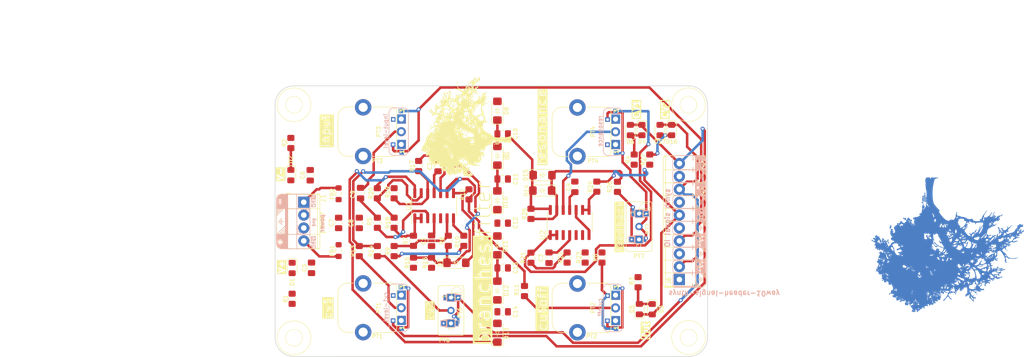
<source format=kicad_pcb>
(kicad_pcb (version 20241229) (generator "pcbnew") (generator_version "9.0")
  (layers (0 "F.Cu" signal) (2 "B.Cu" signal) (13 "F.Paste" user) (15 "B.Paste" user) (5 "F.SilkS" user "F.Silkscreen") (7 "B.SilkS" user "B.Silkscreen") (1 "F.Mask" user) (3 "B.Mask" user) (25 "Edge.Cuts" user))
  (net 0 "")
  (net 1 "+12V")
  (net 2 "GND")
  (net 3 "-12V")
  (net 4 "/AUDIO_OUT")
  (net 5 "/CV1_IN")
  (net 6 "Net-(C9-Pad1)")
  (net 7 "Net-(C9-Pad2)")
  (net 8 "Net-(D14-A)")
  (net 9 "Net-(D8-K)")
  (net 10 "Net-(D10-A)")
  (net 11 "Net-(D10-K)")
  (net 12 "Net-(D11-K)")
  (net 13 "Net-(D12-K)")
  (net 14 "Net-(D1-A)")
  (net 15 "Net-(D2-K)")
  (net 16 "Net-(D3-K)")
  (net 17 "/CV2_IN")
  (net 18 "Net-(D4-A)")
  (net 19 "/AUDIO_IN")
  (net 20 "Net-(D7-K)")
  (net 21 "Net-(D7-A)")
  (net 22 "Net-(D8-A)")
  (net 23 "Net-(D13-K)")
  (net 24 "Net-(D14-K)")
  (net 25 "Net-(J1-+12v)")
  (net 26 "Net-(J1--12v)")
  (net 27 "Net-(PT1-Pad2)")
  (net 28 "Net-(PT2-Pad2)")
  (net 29 "Net-(PT2-Pad3)")
  (net 30 "Net-(U2A--)")
  (net 31 "Net-(U2D-+)")
  (net 32 "Net-(PT4-Pad3)")
  (net 33 "Net-(PT6-Pad2)")
  (net 34 "Net-(PT7-Pad3)")
  (net 35 "Net-(U1A-+)")
  (net 36 "Net-(U1A--)")
  (net 37 "Net-(U1B--)")
  (net 38 "Net-(R10-Pad1)")
  (net 39 "Net-(U1C--)")
  (net 40 "Net-(U1D-+)")
  (net 41 "Net-(U1D--)")
  (net 42 "Net-(U2B--)")
  (net 43 "Net-(U2C-+)")
  (net 44 "Net-(U2C--)")
  (net 45 "Net-(D16-A)")
  (footprint "000_Diodes_Immo:D_MiniMELF_kawaii" (layer "F.Cu") (at 165.038 67.818 180)
    (property "Reference" "D14")
    (property "Value" "1N4148")
  )
  (footprint "000_Graphics_Immo:branches-graphic-3" (layer "F.Cu") (at 150.114 55.372 90)
    (property "Reference" "G***" (hide yes))
    (property "Value" "LOGO" (hide yes))
  )
  (footprint "000_Diodes_Immo:D_MiniMELF_kawaii" (layer "F.Cu") (at 156.21 95.825 90)
    (property "Reference" "D13")
    (property "Value" "1N4148")
  )
  (footprint "Resistor_SMD:R_0805_2012Metric_Pad1.20x1.40mm_HandSolder" (layer "F.Cu") (at 139.7 82.026 90)
    (property "Reference" "R16")
    (property "Value" "27k")
  )
  (footprint "000_Capacitors_Immo:C_0805_2012_HandSolder_kawaii" (layer "F.Cu") (at 144.526 62.9815 -90)
    (property "Reference" "C2")
    (property "Value" "100n")
  )
  (footprint "000_Diodes_Immo:LED_0805_2012_Kawaii" (layer "F.Cu") (at 184.15 91.177 90)
    (property "Reference" "D5")
    (property "Value" "Audio Out")
  )
  (footprint "000_Diodes_Immo:D_MiniMELF_kawaii" (layer "F.Cu") (at 165.1 64.77)
    (property "Reference" "D15")
    (property "Value" "1N4148")
  )
  (footprint "000_ICs_Immo:SOIC-14_3.9x8.7mm_P1.27mm" (layer "F.Cu") (at 170.434 74.103 90)
    (property "Reference" "U2")
    (property "Value" "TL074")
  )
  (footprint "Resistor_SMD:R_0805_2012Metric_Pad1.20x1.40mm_HandSolder" (layer "F.Cu") (at 169.926 81.01 -90)
    (property "Reference" "R22")
    (property "Value" "33k")
  )
  (footprint "000-screw-terminals-immo:synth-signal-MPT-1x10_P2.54mm_Horizontal_1" (layer "F.Cu") (at 192.024 85.344 90)
    (property "Reference" "J6")
    (property "Value" "synth-signal-header-10way" (hide yes))
  )
  (footprint "000_Capacitors_Immo:C_0805_2012_HandSolder_kawaii" (layer "F.Cu") (at 171.45 67.0775 -90)
    (property "Reference" "C4")
    (property "Value" "100n")
  )
  (footprint "000_Capacitors_Immo:C_0805_2012_HandSolder_kawaii" (layer "F.Cu") (at 166.37 81.0475 -90)
    (property "Reference" "C3")
    (property "Value" "100n")
  )
  (footprint "Resistor_SMD:R_0805_2012Metric_Pad1.20x1.40mm_HandSolder" (layer "F.Cu") (at 139.7 77.708 -90)
    (property "Reference" "R7")
    (property "Value" "33k")
  )
  (footprint "000_Capacitors_Immo:C_0805_2012_HandSolder_kawaii" (layer "F.Cu") (at 143.256 77.7025 -90)
    (property "Reference" "C1")
    (property "Value" "100n")
  )
  (footprint "000_Resistors_Immo:Potentiometer_Alpha-reversable" (layer "F.Cu") (at 137.294 90.906 90)
    (property "Reference" "PT1")
    (property "Value" "100k")
  )
  (footprint "Capacitor_SMD:C_0805_2012Metric_Pad1.18x1.45mm_HandSolder" (layer "F.Cu") (at 157.2475 83.058 180)
    (property "Reference" "C13")
    (property "Value" "1n")
  )
  (footprint "Resistor_SMD:R_0805_2012Metric_Pad1.20x1.40mm_HandSolder" (layer "F.Cu") (at 176.784 81.01 -90)
    (property "Reference" "R6")
    (property "Value" "27k")
  )
  (footprint "000_Diodes_Immo:D_MiniMELF_kawaii" (layer "F.Cu") (at 156.21 52.07 90)
    (property "Reference" "D8")
    (property "Value" "1N4148")
  )
  (footprint "Resistor_SMD:R_0805_2012Metric_Pad1.20x1.40mm_HandSolder" (layer "F.Cu") (at 179.832 67.072 -90)
    (property "Reference" "R26")
    (property "Value" "1k")
  )
  (footprint "Resistor_SMD:R_0805_2012Metric_Pad1.20x1.40mm_HandSolder" (layer "F.Cu") (at 135.89 79.74 -90)
    (property "Reference" "R9")
    (property "Value" "33k")
  )
  (footprint "Resistor_SMD:R_0805_2012Metric_Pad1.20x1.40mm_HandSolder" (layer "F.Cu") (at 135.89 68.342 -90)
    (property "Reference" "R19")
    (property "Value" "33k")
  )
  (footprint "Resistor_SMD:R_0805_2012Metric_Pad1.20x1.40mm_HandSolder" (layer "F.Cu") (at 173.482 81.01 90)
    (property "Reference" "R23")
    (property "Value" "100k")
  )
  (footprint "000_Diodes_Immo:LED_0805_2012_Kawaii" (layer "F.Cu") (at 182.372 55.889 90)
    (property "Reference" "D6")
    (property "Value" "cv1")
  )
  (footprint "000_Diodes_Immo:LED_0805_2012_Kawaii" (layer "F.Cu") (at 115.57 64.779 -90)
    (property "Reference" "D2")
    (property "Value" "V-")
  )
  (footprint "000_Capacitors_Immo:C_0805_2012_HandSolder_kawaii" (layer "F.Cu") (at 124.968 74.1895 90)
    (property "Reference" "C7")
    (property "Value" "100n")
  )
  (footprint "000_Capacitors_Immo:C_0805_2012_HandSolder_kawaii" (layer "F.Cu") (at 129.032 74.1895 -90)
    (property "Reference" "C8")
    (property "Value" "100p")
  )
  (footprint "Capacitor_SMD:C_0805_2012Metric_Pad1.18x1.45mm_HandSolder" (layer "F.Cu") (at 157.2475 91.694 180)
    (property "Reference" "C14")
    (property "Value" "1n")
  )
  (footprint "Resistor_SMD:R_0805_2012Metric_Pad1.20x1.40mm_HandSolder" (layer "F.Cu") (at 149.606 77.708 -90)
    (property "Reference" "R10")
    (property "Value" "2k")
  )
  (footprint "000_Modules_Immo:credit-card-screws" (layer "F.Cu") (at 155.305611 71.066641)
    (property "Reference" "M1" (hide yes))
    (property "Value" "imogen-wren-card" (hide yes))
    (fp_line (start -42.84061 25.713416) (end -42.84061 -20.166584) (stroke (width 0.12)) (layer "Edge.Cuts"))
    (fp_line (start -39.120621 29.433416) (end 38.54939 29.429442) (stroke (width 0.12)) (layer "Edge.Cuts"))
    (fp_line (start -39.11061 -23.891582) (end 38.53939 -23.891582) (stroke (width 0.12)) (layer "Edge.Cuts"))
    (fp_line (start 42.254388 25.734456) (end 42.254388 -20.155544) (stroke (width 0.12)) (layer "Edge.Cuts"))
    (fp_arc (start -42.840611 -20.166584) (mid -41.747815 -22.802324) (end -39.11061 -23.891582) (stroke (width 0.12)) (layer "Edge.Cuts"))
    (fp_arc (start -39.120621 29.433416) (mid -41.748131 28.340929) (end -42.84061 25.713416) (stroke (width 0.12)) (layer "Edge.Cuts"))
    (fp_arc (start 38.53939 -23.891641) (mid 41.173761 -22.796079) (end 42.254387 -20.155544) (stroke (width 0.12)) (layer "Edge.Cuts"))
    (fp_arc (start 42.25439 25.734456) (mid 41.168613 28.350751) (end 38.54939 29.429442) (stroke (width 0.12)) (layer "Edge.Cuts"))
  )
  (footprint "000_Diodes_Immo:D_MiniMELF_kawaii" (layer "F.Cu") (at 156.21 69.725 90)
    (property "Reference" "D10")
    (property "Value" "1N4148")
  )
  (footprint "Resistor_SMD:R_0805_2012Metric_Pad1.20x1.40mm_HandSolder" (layer "F.Cu") (at 161.544 87.614 90)
    (property "Reference" "R11")
    (property "Value" "100k")
  )
  (footprint "Resistor_SMD:R_0805_2012Metric_Pad1.20x1.40mm_HandSolder" (layer "F.Cu") (at 183.896 85.868 -90)
    (property "Reference" "R3")
    (property "Value" "1k")
  )
  (footprint "Resistor_SMD:R_0805_2012Metric_Pad1.20x1.40mm_HandSolder" (layer "F.Cu") (at 115.824 89.138 -90)
    (property "Reference" "R1")
    (property "Value" "1k")
  )
  (footprint "000_Diodes_Immo:D_MiniMELF_kawaii" (layer "F.Cu") (at 156.21 87.505 90)
    (property "Reference" "D12")
    (property "Value" "1N4148")
  )
  (footprint "Resistor_SMD:R_0805_2012Metric_Pad1.20x1.40mm_HandSolder" (layer "F.Cu") (at 129.032 79.74 90)
    (property "Reference" "R13")
    (property "Value" "68k")
  )
  (footprint "000_Diodes_Immo:D_MiniMELF_kawaii" (layer "F.Cu") (at 148.144 82.042)
    (property "Reference" "D7")
    (property "Value" "1N4148")
  )
  (footprint "000_Diodes_Immo:LED_0805_2012_Kawaii" (layer "F.Cu") (at 184.658 55.889 -90)
    (property "Reference" "D4")
    (property "Value" "cv1")
  )
  (footprint "000_Capacitors_Immo:C_0805_2012_HandSolder_kawaii" (layer "F.Cu") (at 119.634 83.0365 90)
    (property "Reference" "C5")
    (property "Value" "100n")
  )
  (footprint "Resistor_SMD:R_0805_2012Metric_Pad1.20x1.40mm_HandSolder" (layer "F.Cu") (at 150.622 68.564 90)
    (property "Reference" "R12")
    (property "Value" "14k")
  )
  (footprint "000_Resistors_Immo:Potentiometer_Alpha-reversable" (layer "F.Cu") (at 137.294 56.209 90)
    (property "Reference" "PT3")
    (property "Value" "100k")
  )
  (footprint "000-screw-terminals-immo:synth-power-termbox-MPT-0,5-4-2.54_1x04_P2.54mm" (layer "F.Cu") (at 118.11 70.104 -90)
    (property "Reference" "J1")
    (property "Value" "power")
  )
  (footprint "000_Diodes_Immo:LED_0805_2012_Kawaii" (layer "F.Cu") (at 188.214 55.889 90)
    (property "Reference" "D17")
    (property "Value" "cv2")
  )
  (footprint "Resistor_SMD:R_0805_2012Metric_Pad1.20x1.40mm_HandSolder" (layer "F.Cu") (at 132.588 79.74 90)
    (property "Reference" "R14")
    (property "Value" "68k")
  )
  (footprint "000_Resistors_Immo:Potentiometer_Bourns-reversable-1" (layer "F.Cu") (at 184.0738 72.3646 90)
    (property "Reference" "PT7")
    (property "Value" "100k-trim")
  )
  (footprint "Inductor_SMD:L_0805_2012Metric_Pad1.05x1.20mm_HandSolder" (layer "F.Cu") (at 124.968 79.636 90)
    (property "Reference" "FB1")
    (property "Value" "FerriteBead")
  )
  (footprint "Resistor_SMD:R_0805_2012Metric_Pad1.20x1.40mm_HandSolder" (layer "F.Cu") (at 186.182 61.706 90)
    (property "Reference" "R27")
    (property "Value" "1k")
  )
  (footprint "000_Diodes_Immo:LED_0805_2012_Kawaii" (layer "F.Cu") (at 186.69 91.195 -90)
    (property "Reference" "D3")
    (property "Value" "Audio Out")
  )
  (footprint "Resistor_SMD:R_0805_2012Metric_Pad1.20x1.40mm_HandSolder" (layer "F.Cu") (at 183.134 61.706 90)
    (property "Reference" "R4")
    (property "Value" "1k")
  )
  (footprint "000_Resistors_Immo:Potentiometer_Alpha-reversable" (layer "F.Cu") (at 179.458 56.235 90)
    (property "Reference" "PT4")
    (property "Value" "100k")
  )
  (footprint "000_Resistors_Immo:Potentiometer_Alpha-reversable" (layer "F.Cu") (at 179.458 90.932 90)
    (property "Reference" "PT2")
    (property "Value" "100k")
  )
  (footprint "000_Diodes_Immo:LED_0805_2012_Kawaii" (layer "F.Cu") (at 190.5 55.889 -90)
    (property "Reference" "D16")
    (property "Value" "cv2")
  )
  (footprint "Resistor_SMD:R_0805_2012Metric_Pad1.20x1.40mm_HandSolder" (layer "F.Cu") (at 175.768 67.04 90)
    (property "Reference" "R24")
    (property "Value" "1k")
  )
  (footprint "Capacitor_SMD:C_0805_2012Metric_Pad1.18x1.45mm_HandSolder" (layer "F.Cu") (at 157.2475 56.642 180)
    (property "Reference" "C10")
    (property "Value" "1n")
  )
  (footprint "000_Diodes_Immo:D_MiniMELF_kawaii" (layer "F.Cu") (at 156.21 78.615 90)
    (property "Reference" "D11")
    (property "Value" "1N4148")
  )
  (footprint "Resistor_SMD:R_0805_2012Metric_Pad1.20x1.40mm_HandSolder" (layer "F.Cu") (at 143.256 82.026 90)
    (property "Reference" "R15")
    (property "Value" "100k")
  )
  (footprint "000_Resistors_Immo:Potentiometer_Bourns-reversable-1" (layer "F.Cu") (at 147.066 88.9 90)
    (property "Reference" "PT6")
    (property "Value" "100k-trim")
  )
  (footprint "Resistor_SMD:R_0805_2012Metric_Pad1.20x1.40mm_HandSolder" (layer "F.Cu") (at 162.814 81.042 -90)
    (property "Reference" "R21")
    (property "Value" "1k")
  )
  (footprint "Inductor_SMD:L_0805_2012Metric_Pad1.05x1.20mm_HandSolder" (layer "F.Cu") (at 124.968 68.446 90)
    (property "Reference" "FB2")
    (property "Value" "FerriteBead")
  )
  (footprint "000_Diodes_Immo:LED_0805_2012_Kawaii" (layer "F.Cu") (at 115.824 83.067 -90)
    (property "Reference" "D1")
    (property "Value" "V+")
  )
  (footprint "Resistor_SMD:R_0805_2012Metric_Pad1.20x1.40mm_HandSolder" (layer "F.Cu") (at 115.57 58.436 90)
    (property "Reference" "R2")
    (property "Value" "1k")
  )
  (footprint "Package_SO:SOIC-14_3.9x8.7mm_P1.27mm" (layer "F.Cu") (at 143.764 70.801 90)
    (property "Reference" "U1")
    (property "Value" "TL074")
  )
  (footprint "Capacitor_SMD:C_0805_2012Metric_Pad1.18x1.45mm_HandSolder" (layer "F.Cu") (at 129.286 68.3045 -90)
    (property "Reference" "C9")
    (property "Value" "1u")
  )
  (footprint "Resistor_SMD:R_0805_2012Metric_Pad1.20x1.40mm_HandSolder" (layer "F.Cu") (at 162.814 72.406 90)
    (property "Reference" "R25")
    (property "Value" "100k")
  )
  (footprint "Resistor_SMD:R_0805_2012Metric_Pad1.20x1.40mm_HandSolder" (layer "F.Cu") (at 132.588 68.342 90)
    (property "Reference" "R20")
    (property "Value" "33k")
  )
  (footprint "Resistor_SMD:R_0805_2012Metric_Pad1.20x1.40mm_HandSolder" (layer "F.Cu") (at 135.89 74.152 90)
    (property "Reference" "R18")
    (property "Value" "33k")
  )
  (footprint "Resistor_SMD:R_0805_2012Metric_Pad1.20x1.40mm_HandSolder" (layer "F.Cu") (at 132.588 74.152 -90)
    (property "Reference" "R5")
    (property "Value" "100k")
  )
  (footprint "000_Diodes_Immo:D_MiniMELF_kawaii" (layer "F.Cu") (at 156.21 60.96 90)
    (property "Reference" "D9")
    (property "Value" "1N4148")
  )
  (footprint "Resistor_SMD:R_0805_2012Metric_Pad1.20x1.40mm_HandSolder" (layer "F.Cu") (at 140.716 62.976 -90)
    (property "Reference" "R17")
    (property "Value" "33k")
  )
  (footprint "Capacitor_SMD:C_0805_2012Metric_Pad1.18x1.45mm_HandSolder" (layer "F.Cu") (at 157.2475 65.532 180)
    (property "Reference" "C11")
    (property "Value" "1n")
  )
  (footprint "000_Capacitors_Immo:C_0805_2012_HandSolder_kawaii" (layer "F.Cu") (at 119.38 64.7915 90)
    (property "Reference" "C6")
    (property "Value" "100n")
  )
  (footprint "Resistor_SMD:R_0805_2012Metric_Pad1.20x1.40mm_HandSolder" (layer "F.Cu") (at 146.558 77.708 90)
    (property "Reference" "R8")
    (property "Value" "33k")
  )
  (footprint "Capacitor_SMD:C_0805_2012Metric_Pad1.18x1.45mm_HandSolder" (layer "F.Cu") (at 157.2475 74.23 180)
    (property "Reference" "C12")
    (property "Value" "1n")
  )
  (footprint "000_Graphics_Immo:ImogenWren70_MSK" (layer "B.Cu") (at 153.162 72.644)
    (property "Reference" "G***" (hide yes))
    (property "Value" "LOGO" (hide yes))
  )
  (footprint "000_Graphics_Immo:branches-graphic-2" (layer "B.Cu") (at 244.856 78.486)
    (property "Reference" "G***" (hide yes))
    (property "Value" "LOGO" (hide yes))
  )
  (gr_text "filter" (at 155.1 76.885 90) (layer "F.SilkS") (effects (font (size 3 3) (thickness 0.2)) (justify left bottom)))
  (gr_text "CV2" (at 189.992 53.848 90) (layer "F.SilkS" knockout) (effects (font (size 1.3 1.3) (thickness 0.3) (bold yes)) (justify left bottom)))
  (gr_text "branches:" (at 155.184453 98.400547 90) (layer "F.SilkS" knockout) (effects (font (size 3 3) (thickness 0.2)) (justify left bottom)))
  (gr_text "CV1" (at 184.404 53.848 90) (layer "F.SilkS" knockout) (effects (font (size 1.3 1.3) (thickness 0.3) (bold yes)) (justify left bottom)))
  (gr_text "Out" (at 186.182 97.282 90) (layer "F.SilkS" knockout) (effects (font (size 1.3 1.3) (thickness 0.3) (bold yes)) (justify left bottom)))
  (segment (start 180.809 94.783) (end 180.809 87.081) (width 0.5) (layer "F.Cu") (net 1))
  (segment (start 178.107 94.783) (end 180.809 94.783) (width 0.5) (layer "F.Cu") (net 1))
  (segment (start 170.434 77.552999) (end 170.434 76.578) (width 0.5) (layer "F.Cu") (net 1))
  (segment (start 143.764 73.276) (end 143.764 76.157) (width 0.5) (layer "F.Cu") (net 1))
  (segment (start 177.8578 94.5338) (end 178.107 94.783) (width 0.5) (layer "F.Cu") (net 1))
  (segment (start 143.764 76.157) (end 143.256 76.665) (width 0.5) (layer "F.Cu") (net 1))
  (segment (start 167.976999 80.01) (end 170.434 77.552999) (width 0.5) (layer "F.Cu") (net 1))
  (segment (start 166.37 80.01) (end 167.976999 80.01) (width 0.5) (layer "F.Cu") (net 1))
  (segment (start 177.8578 93.472) (end 177.8578 94.5338) (width 0.5) (layer "F.Cu") (net 1))
  (via (at 180.809 87.081) (size 0.8) (drill 0.4) (layers "F.Cu" "B.Cu") (net 1))
  (segment (start 179.6202 87.081) (end 179.4072 86.868) (width 0.5) (layer "B.Cu") (net 1))
  (segment (start 180.809 87.081) (end 179.6202 87.081) (width 0.5) (layer "B.Cu") (net 1))
  (segment (start 145.034 68.326) (end 145.034 65.321792) (width 0.5) (layer "F.Cu") (net 2))
  (segment (start 145.796 63.214) (end 144.526 61.944) (width 0.5) (layer "F.Cu") (net 2))
  (segment (start 145.034 65.321792) (end 145.796 64.559792) (width 0.5) (layer "F.Cu") (net 2))
  (segment (start 145.796 64.559792) (end 145.796 63.214) (width 0.5) (layer "F.Cu") (net 2))
  (segment (start 144.526 64.019) (end 143.764 64.781) (width 0.5) (layer "F.Cu") (net 3))
  (segment (start 143.764 64.781) (end 143.764 68.326) (width 0.5) (layer "F.Cu") (net 3))
  (segment (start 170.434 69.131) (end 170.434 71.628) (width 0.5) (layer "F.Cu") (net 3))
  (segment (start 171.45 68.115) (end 170.434 69.131) (width 0.5) (layer "F.Cu") (net 3))
  (segment (start 192.024 72.644) (end 185.164442 65.784442) (width 0.5) (layer "F.Cu") (net 4))
  (segment (start 175.768 66.04) (end 177.936985 66.04) (width 0.5) (layer "F.Cu") (net 4))
  (segment (start 177.936985 66.04) (end 179.119095 64.85789) (width 0.5) (layer "F.Cu") (net 4))
  (segment (start 184.15 92.202) (end 186.672 92.202) (width 0.5) (layer "F.Cu") (net 4))
  (segment (start 186.672 92.202) (end 186.69 92.22) (width 0.5) (layer "F.Cu") (net 4))
  (segment (start 185.164442 65.784442) (end 185.164442 63.746644) (width 0.5) (layer "F.Cu") (net 4))
  (segment (start 188.468 76.2) (end 192.024 72.644) (width 0.5) (layer "F.Cu") (net 4))
  (segment (start 188.468 90.442) (end 188.468 76.2) (width 0.5) (layer "F.Cu") (net 4))
  (segment (start 186.69 92.22) (end 188.468 90.442) (width 0.5) (layer "F.Cu") (net 4))
  (via (at 185.164442 63.746644) (size 0.8) (drill 0.4) (layers "F.Cu" "B.Cu") (net 4))
  (via (at 179.119095 64.85789) (size 0.8) (drill 0.4) (layers "F.Cu" "B.Cu") (net 4))
  (segment (start 179.170992 64.846339) (end 179.172718 64.844613) (width 0.5) (layer "B.Cu") (net 4))
  (segment (start 185.318722 63.898562) (end 185.169483 63.749323) (width 0.5) (layer "B.Cu") (net 4))
  (segment (start 179.151835 64.850178) (end 179.153829 64.848184) (width 0.5) (layer "B.Cu") (net 4))
  (segment (start 180.925575 64.77) (end 185.417206 64.77) (width 0.5) (layer "B.Cu") (net 4))
  (segment (start 179.172718 64.844613) (end 179.179667 64.844613) (width 0.5) (layer "B.Cu") (net 4))
  (segment (start 185.415207 64.073035) (end 185.415207 63.958945) (width 0.5) (layer "B.Cu") (net 4))
  (segment (start 179.181276 64.843004) (end 179.187757 64.843004) (width 0.5) (layer "B.Cu") (net 4))
  (segment (start 179.380989 64.093052) (end 179.44869 64.025351) (width 0.5) (layer "B.Cu") (net 4))
  (segment (start 179.14139 64.852444) (end 179.143656 64.850178) (width 0.5) (layer "B.Cu") (net 4))
  (segment (start 185.354824 63.898562) (end 185.318722 63.898562) (width 0.5) (layer "B.Cu") (net 4))
  (segment (start 179.202283 64.834511) (end 179.202283 64.146) (width 0.5) (layer "B.Cu") (net 4))
  (segment (start 179.202283 64.146) (end 179.255231 64.093052) (width 0.5) (layer "B.Cu") (net 4))
  (segment (start 185.664555 64.322383) (end 185.415207 64.073035) (width 0.5) (layer "B.Cu") (net 4))
  (segment (start 179.195287 64.841507) (end 179.202283 64.834511) (width 0.5) (layer "B.Cu") (net 4))
  (segment (start 179.143656 64.850178) (end 179.151835 64.850178) (width 0.5) (layer "B.Cu") (net 4))
  (segment (start 179.161715 64.848184) (end 179.16356 64.846339) (width 0.5) (layer "B.Cu") (net 4))
  (segment (start 179.255231 64.093052) (end 179.380989 64.093052) (width 0.5) (layer "B.Cu") (net 4))
  (segment (start 179.133015 64.852444) (end 179.14139 64.852444) (width 0.5) (layer "B.Cu") (net 4))
  (segment (start 180.352571 64.810184) (end 180.885391 64.810184) (width 0.5) (layer "B.Cu") (net 4))
  (segment (start 179.119095 64.85789) (end 179.121972 64.855013) (width 0.5) (layer "B.Cu") (net 4))
  (segment (start 180.885391 64.810184) (end 180.925575 64.77) (width 0.5) (layer "B.Cu") (net 4))
  (segment (start 179.179667 64.844613) (end 179.181276 64.843004) (width 0.5) (layer "B.Cu") (net 4))
  (segment (start 179.121972 64.855013) (end 179.130446 64.855013) (width 0.5) (layer "B.Cu") (net 4))
  (segment (start 179.153829 64.848184) (end 179.161715 64.848184) (width 0.5) (layer "B.Cu") (net 4))
  (segment (start 185.664555 64.522651) (end 185.664555 64.322383) (width 0.5) (layer "B.Cu") (net 4))
  (segment (start 185.169483 63.749323) (end 185.167121 63.749323) (width 0.5) (layer "B.Cu") (net 4))
  (segment (start 179.130446 64.855013) (end 179.133015 64.852444) (width 0.5) (layer "B.Cu") (net 4))
  (segment (start 185.415207 63.958945) (end 185.354824 63.898562) (width 0.5) (layer "B.Cu") (net 4))
  (segment (start 179.187757 64.843004) (end 179.189254 64.841507) (width 0.5) (layer "B.Cu") (net 4))
  (segment (start 179.567738 64.025351) (end 180.352571 64.810184) (width 0.5) (layer "B.Cu") (net 4))
  (segment (start 185.167121 63.749323) (end 185.164442 63.746644) (width 0.5) (layer "B.Cu") (net 4))
  (segment (start 179.16356 64.846339) (end 179.170992 64.846339) (width 0.5) (layer "B.Cu") (net 4))
  (segment (start 179.189254 64.841507) (end 179.195287 64.841507) (width 0.5) (layer "B.Cu") (net 4))
  (segment (start 179.44869 64.025351) (end 179.567738 64.025351) (width 0.5) (layer "B.Cu") (net 4))
  (segment (start 185.417206 64.77) (end 185.664555 64.522651) (width 0.5) (layer "B.Cu") (net 4))
  (segment (start 184.453 98.503) (end 197.014999 85.941001) (width 0.5) (layer "F.Cu") (net 5))
  (segment (start 137.851364 96.474) (end 165.84205 96.474) (width 0.5) (layer "F.Cu") (net 5))
  (segment (start 197.014999 85.941001) (end 197.014999 56.044999) (width 0.5) (layer "F.Cu") (net 5))
  (segment (start 165.84205 96.474) (end 167.87105 98.503) (width 0.5) (layer "F.Cu") (net 5))
  (segment (start 182.372 54.864) (end 184.658 54.864) (width 0.5) (layer "F.Cu") (net 5))
  (segment (start 184.658 55.131292) (end 192.010708 62.484) (width 0.5) (layer "F.Cu") (net 5))
  (segment (start 184.658 54.864) (end 184.658 55.131292) (width 0.5) (layer "F.Cu") (net 5))
  (segment (start 136.13295 94.757) (end 138.645 94.757) (width 0.5) (layer "F.Cu") (net 5))
  (segment (start 135.6938 93.446) (end 135.6938 94.316436) (width 0.5) (layer "F.Cu") (net 5))
  (segment (start 135.6938 94.31785) (end 136.13295 94.757) (width 0.5) (layer "F.Cu") (net 5))
  (segment (start 197.014999 56.044999) (end 196.596 55.626) (width 0.5) (layer "F.Cu") (net 5))
  (segment (start 135.6938 93.446) (end 135.6938 94.31785) (width 0.5) (layer "F.Cu") (net 5))
  (segment (start 138.645 87.17634) (end 138.710269 87.111071) (width 0.5) (layer "F.Cu") (net 5))
  (segment (start 167.87105 98.503) (end 184.453 98.503) (width 0.5) (layer "F.Cu") (net 5))
  (segment (start 138.645 94.757) (end 138.645 87.17634) (width 0.5) (layer "F.Cu") (net 5))
  (segment (start 135.6938 94.316436) (end 137.851364 96.474) (width 0.5) (layer "F.Cu") (net 5))
  (segment (start 192.010708 62.484) (end 192.024 62.484) (width 0.5) (layer "F.Cu") (net 5))
  (via (at 196.596 55.626) (size 0.8) (drill 0.4) (layers "F.Cu" "B.Cu") (net 5))
  (via (at 138.710269 87.111071) (size 0.8) (drill 0.4) (layers "F.Cu" "B.Cu") (net 5))
  (segment (start 137.2692 86.868) (end 138.352 86.868) (width 0.5) (layer "B.Cu") (net 5))
  (segment (start 196.596 57.912) (end 192.024 62.484) (width 0.5) (layer "B.Cu") (net 5))
  (segment (start 138.352 86.868) (end 138.595071 87.111071) (width 0.5) (layer "B.Cu") (net 5))
  (segment (start 196.596 55.626) (end 196.596 57.912) (width 0.5) (layer "B.Cu") (net 5))
  (segment (start 138.595071 87.111071) (end 138.710269 87.111071) (width 0.5) (layer "B.Cu") (net 5))
  (segment (start 137.2432 86.842) (end 137.2692 86.868) (width 0.5) (layer "B.Cu") (net 5))
  (segment (start 130.748 66.53) (end 130.748 65.805) (width 0.5) (layer "F.Cu") (net 6))
  (segment (start 131.865 64.688) (end 131.865 60.365208) (width 0.5) (layer "F.Cu") (net 6))
  (segment (start 129.286 67.267) (end 130.011 67.267) (width 0.5) (layer "F.Cu") (net 6))
  (segment (start 136.021208 56.209) (end 137.294 56.209) (width 0.5) (layer "F.Cu") (net 6))
  (segment (start 130.748 65.805) (end 131.865 64.688) (width 0.5) (layer "F.Cu") (net 6))
  (segment (start 131.865 60.365208) (end 136.021208 56.209) (width 0.5) (layer "F.Cu") (net 6))
  (segment (start 130.011 67.267) (end 130.748 66.53) (width 0.5) (layer "F.Cu") (net 6))
  (segment (start 132.588 73.152) (end 129.286 69.85) (width 0.5) (layer "F.Cu") (net 7))
  (segment (start 129.286 69.85) (end 129.286 69.342) (width 0.5) (layer "F.Cu") (net 7))
  (segment (start 162.814 71.406) (end 166.402 71.406) (width 0.5) (layer "F.Cu") (net 8))
  (segment (start 163.193 67.818) (end 163.193 68.201) (width 0.5) (layer "F.Cu") (net 8))
  (segment (start 163.068 67.693) (end 163.193 67.818) (width 0.5) (layer "F.Cu") (net 8))
  (segment (start 163.068 61.722) (end 163.068 64.578) (width 0.5) (layer "F.Cu") (net 8))
  (segment (start 163.26 64.77) (end 163.068 64.962) (width 0.5) (layer "F.Cu") (net 8))
  (segment (start 163.193 68.201) (end 162.814 68.58) (width 0.5) (layer "F.Cu") (net 8))
  (segment (start 158.285 56.642) (end 158.285 56.939) (width 0.5) (layer "F.Cu") (net 8))
  (segment (start 158.285 56.939) (end 163.068 61.722) (width 0.5) (layer "F.Cu") (net 8))
  (segment (start 166.402 71.406) (end 166.624 71.628) (width 0.5) (layer "F.Cu") (net 8))
  (segment (start 163.068 64.962) (end 163.068 67.693) (width 0.5) (layer "F.Cu") (net 8))
  (segment (start 162.814 68.58) (end 162.814 71.406) (width 0.5) (layer "F.Cu") (net 8))
  (segment (start 163.068 64.578) (end 163.26 64.77) (width 0.5) (layer "F.Cu") (net 8))
  (segment (start 156.21 59.115) (end 156.21 53.91) (width 0.5) (layer "F.Cu") (net 9))
  (segment (start 156.21 67.88) (end 156.21 62.8) (width 0.5) (layer "F.Cu") (net 10))
  (segment (start 156.21 85.66) (end 156.21 83.058) (width 0.5) (layer "F.Cu") (net 12))
  (segment (start 156.21 83.058) (end 156.21 80.455) (width 0.5) (layer "F.Cu") (net 12))
  (segment (start 115.57 63.754) (end 115.57 59.436) (width 0.5) (layer "F.Cu") (net 15))
  (segment (start 186.672 90.152) (end 186.69 90.17) (width 0.5) (layer "F.Cu") (net 16))
  (segment (start 184.15 90.152) (end 186.672 90.152) (width 0.5) (layer "F.Cu") (net 16))
  (segment (start 183.896 86.868) (end 183.896 89.898) (width 0.5) (layer "F.Cu") (net 16))
  (segment (start 183.896 89.898) (end 184.15 90.152) (width 0.5) (layer "F.Cu") (net 16))
  (segment (start 193.548 56.642) (end 191.77 54.864) (width 0.5) (layer "F.Cu") (net 17))
  (segment (start 171.100163 97.803) (end 183.883 97.803) (width 0.5) (layer "F.Cu") (net 17))
  (segment (start 193.513 66.075) (end 194.999338 66.075) (width 0.5) (layer "F.Cu") (net 17))
  (segment (start 148.4884 91.788569) (end 147.656323 92.620646) (width 0.5) (layer "F.Cu") (net 17))
  (segment (start 195.614999 65.459339) (end 195.614999 61.248999) (width 0.5) (layer "F.Cu") (net 17))
  (segment (start 192.024 67.564) (end 193.513 66.075) (width 0.5) (layer "F.Cu") (net 17))
  (segment (start 194.999338 66.075) (end 195.614999 65.459339) (width 0.5) (layer "F.Cu") (net 17))
  (segment (start 191.77 54.864) (end 190.5 54.864) (width 0.5) (layer "F.Cu") (net 17))
  (segment (start 183.883 97.803) (end 192.278 89.408) (width 0.5) (layer "F.Cu") (net 17))
  (segment (start 155.3464 95.758) (end 169.055163 95.758) (width 0.5) (layer "F.Cu") (net 17))
  (segment (start 188.214 54.864) (end 190.5 54.864) (width 0.5) (layer "F.Cu") (net 17))
  (segment (start 169.055163 95.758) (end 171.100163 97.803) (width 0.5) (layer "F.Cu") (net 17))
  (segment (start 193.548 59.182) (end 193.548 56.642) (width 0.5) (layer "F.Cu") (net 17))
  (segment (start 195.614999 61.248999) (end 193.548 59.182) (width 0.5) (layer "F.Cu") (net 17))
  (segment (start 148.4884 88.9) (end 148.4884 91.788569) (width 0.5) (layer "F.Cu") (net 17))
  (segment (start 148.4884 88.9) (end 155.3464 95.758) (width 0.5) (layer "F.Cu") (net 17))
  (via (at 147.656323 92.620646) (size 0.8) (drill 0.4) (layers "F.Cu" "B.Cu") (net 17))
  (via (at 192.278 89.408) (size 0.8) (drill 0.4) (layers "F.Cu" "B.Cu") (net 17))
  (segment (start 148.048646 92.620646) (end 148.4884 93.0604) (width 0.5) (layer "B.Cu") (net 17))
  (segment (start 193.075 68.615) (end 192.024 67.564) (width 0.5) (layer "B.Cu") (net 17))
  (segment (start 192.278 89.408) (end 195.615 86.071) (width 0.5) (layer "B.Cu") (net 17))
  (segment (start 195.615 86.071) (end 195.615 69.668662) (width 0.5) (layer "B.Cu") (net 17))
  (segment (start 194.561338 68.615) (end 193.075 68.615) (width 0.5) (layer "B.Cu") (net 17))
  (segment (start 195.615 69.668662) (end 194.561338 68.615) (width 0.5) (layer "B.Cu") (net 17))
  (segment (start 148.4884 93.0604) (end 148.4884 93.9546) (width 0.5) (layer "B.Cu") (net 17))
  (segment (start 147.656323 92.620646) (end 148.048646 92.620646) (width 0.5) (layer "B.Cu") (net 17))
  (segment (start 182.372 56.914) (end 184.658 56.914) (width 0.5) (layer "F.Cu") (net 18))
  (segment (start 183.134 60.706) (end 183.134 57.676) (width 0.5) (layer "F.Cu") (net 18))
  (segment (start 183.134 57.676) (end 182.372 56.914) (width 0.5) (layer "F.Cu") (net 18))
  (segment (start 192.024 82.804) (end 193.123999 81.704001) (width 0.5) (layer "F.Cu") (net 19))
  (segment (start 135.6938 58.749) (end 135.6938 59.8108) (width 0.5) (layer "F.Cu") (net 19))
  (segment (start 135.6938 59.8108) (end 135.943 60.06) (width 0.5) (layer "F.Cu") (net 19))
  (segment (start 193.075 76.673) (end 192.024 77.724) (width 0.5) (layer "F.Cu") (net 19))
  (segment (start 195.615 74.676) (end 196.314999 73.976001) (width 0.5) (layer "F.Cu") (net 19))
  (segment (start 195.615 74.676) (end 195.615 75.622) (width 0.5) (layer "F.Cu") (net 19))
  (segment (start 194.610337 81.704001) (end 195.615 80.699338) (width 0.5) (layer "F.Cu") (net 19))
  (segment (start 196.314999 57.696997) (end 186.116002 47.498) (width 0.5) (layer "F.Cu") (net 19))
  (segment (start 138.568 60.06) (end 140.716 57.912) (width 0.5) (layer "F.Cu") (net 19))
  (segment (start 194.564 76.673) (end 193.075 76.673) (width 0.5) (layer "F.Cu") (net 19))
  (segment (start 195.615 80.699338) (end 195.615 74.676) (width 0.5) (layer "F.Cu") (net 19))
  (segment (start 193.123999 81.704001) (end 194.610337 81.704001) (width 0.5) (layer "F.Cu") (net 19))
  (segment (start 140.716 57.912) (end 140.716 51.816) (width 0.5) (layer "F.Cu") (net 19))
  (segment (start 186.116002 47.498) (end 145.034 47.498) (width 0.5) (layer "F.Cu") (net 19))
  (segment (start 145.034 47.498) (end 140.716 51.816) (width 0.5) (layer "F.Cu") (net 19))
  (segment (start 195.615 75.622) (end 194.564 76.673) (width 0.5) (layer "F.Cu") (net 19))
  (segment (start 196.314999 73.976001) (end 196.314999 57.696997) (width 0.5) (layer "F.Cu") (net 19))
  (segment (start 135.943 60.06) (end 138.568 60.06) (width 0.5) (layer "F.Cu") (net 19))
  (via (at 140.716 51.816) (size 0.8) (drill 0.4) (layers "F.Cu" "B.Cu") (net 19))
  (segment (start 137.2432 52.145) (end 140.387 52.145) (width 0.5) (layer "B.Cu") (net 19))
  (segment (start 140.387 52.145) (end 140.716 51.816) (width 0.5) (layer "B.Cu") (net 19))
  (segment (start 152.592 68.382242) (end 151.892 69.082242) (width 0.5) (layer "F.Cu") (net 20))
  (segment (start 146.304 82.042) (end 144.272 82.042) (width 0.5) (layer "F.Cu") (net 20))
  (segment (start 143.256 81.026) (end 139.7 81.026) (width 0.5) (layer "F.Cu") (net 20))
  (segment (start 151.892 69.082242) (end 151.892 71.905258) (width 0.5) (layer "F.Cu") (net 20))
  (segment (start 147.374292 62.9815) (end 149.3415 62.9815) (width 0.5) (layer "F.Cu") (net 20))
  (segment (start 146.304 82.042) (end 146.304 78.962) (width 0.5) (layer "F.Cu") (net 20))
  (segment (start 147.92404 82.042) (end 150.20704 79.759) (width 0.5) (layer "F.Cu") (net 20))
  (segment (start 150.619 79.759) (end 150.759 79.619) (width 0.5) (layer "F.Cu") (net 20))
  (segment (start 140.716 61.976) (end 141.7865 60.9055) (width 0.5) (layer "F.Cu") (net 20))
  (segment (start 144.272 82.042) (end 143.256 81.026) (width 0.5) (layer "F.Cu") (net 20))
  (segment (start 150.759 79.619) (end 150.759 75.63712) (width 0.5) (layer "F.Cu") (net 20))
  (segment (start 150.759 75.63712) (end 150.252688 75.130808) (width 0.5) (layer "F.Cu") (net 20))
  (segment (start 146.304 82.042) (end 147.92404 82.042) (width 0.5) (layer "F.Cu") (net 20))
  (segment (start 151.892 71.905258) (end 152.397016 72.410274) (width 0.5) (layer "F.Cu") (net 20))
  (segment (start 152.592 66.232) (end 152.592 68.382242) (width 0.5) (layer "F.Cu") (net 20))
  (segment (start 146.304 78.962) (end 146.558 78.708) (width 0.5) (layer "F.Cu") (net 20))
  (segment (start 145.298292 60.9055) (end 147.374292 62.9815) (width 0.5) (layer "F.Cu") (net 20))
  (segment (start 150.20704 79.759) (end 150.619 79.759) (width 0.5) (layer "F.Cu") (net 20))
  (segment (start 141.7865 60.9055) (end 145.298292 60.9055) (width 0.5) (layer "F.Cu") (net 20))
  (segment (start 149.3415 62.9815) (end 152.592 66.232) (width 0.5) (layer "F.Cu") (net 20))
  (via (at 150.252688 75.130808) (size 0.8) (drill 0.4) (layers "F.Cu" "B.Cu") (net 20))
  (via (at 152.397016 72.410274) (size 0.8) (drill 0.4) (layers "F.Cu" "B.Cu") (net 20))
  (segment (start 150.252688 74.554602) (end 152.397016 72.410274) (width 0.5) (layer "B.Cu") (net 20))
  (segment (start 150.252688 75.130808) (end 150.252688 74.554602) (width 0.5) (layer "B.Cu") (net 20))
  (segment (start 149.989 82.042) (end 151.459 80.572) (width 0.5) (layer "F.Cu") (net 21))
  (segment (start 149.352 68.834) (end 150.622 67.564) (width 0.5) (layer "F.Cu") (net 21))
  (segment (start 151.459 73.735) (end 149.352 71.628) (width 0.5) (layer "F.Cu") (net 21))
  (segment (start 149.352 71.628) (end 149.352 68.834) (width 0.5) (layer "F.Cu") (net 21))
  (segment (start 147.574 68.326) (end 149.86 68.326) (width 0.5) (layer "F.Cu") (net 21))
  (segment (start 149.86 68.326) (end 150.622 67.564) (width 0.5) (layer "F.Cu") (net 21))
  (segment (start 151.459 80.572) (end 151.459 73.735) (width 0.5) (layer "F.Cu") (net 21))
  (segment (start 148.844 79.47) (end 148.844 79.849246) (width 0.5) (layer "F.Cu") (net 22))
  (segment (start 149.606 78.708) (end 148.844 79.47) (width 0.5) (layer "F.Cu") (net 22))
  (segment (start 148.844 79.849246) (end 148.636623 80.056623) (width 0.5) (layer "F.Cu") (net 22))
  (segment (start 135.89 80.74) (end 135.89 81.014292) (width 0.5) (layer "F.Cu") (net 22))
  (segment (start 135.89 80.74) (end 136.938 80.74) (width 0.5) (layer "F.Cu") (net 22))
  (segment (start 136.938 80.74) (end 137.414 80.264) (width 0.5) (layer "F.Cu") (net 22))
  (via (at 137.414 80.264) (size 0.8) (drill 0.4) (layers "F.Cu" "B.Cu") (net 22))
  (via (at 148.636623 80.056623) (size 0.8) (drill 0.4) (layers "F.Cu" "B.Cu") (net 22))
  (segment (start 137.414 80.264) (end 148.429246 80.264) (width 0.5) (layer "B.Cu") (net 22))
  (segment (start 148.429246 80.264) (end 148.636623 80.056623) (width 0.5) (layer "B.Cu") (net 22))
  (segment (start 139.954 68.326) (end 139.954 66.82805) (width 0.5) (layer "F.Cu") (net 23))
  (segment (start 156.21 97.665) (end 138.051 97.665) (width 0.5) (layer "F.Cu") (net 23))
  (segment (start 138.051 97.665) (end 127.723 87.337) (width 0.5) (layer "F.Cu") (net 23))
  (segment (start 127.723 87.337) (end 127.723 78.42095) (width 0.5) (layer "F.Cu") (net 23))
  (segment (start 132.588 66.742) (end 134.168 65.162) (width 0.5) (layer "F.Cu") (net 23))
  (segment (start 139.954 66.82805) (end 138.21195 65.086) (width 0.5) (layer "F.Cu") (net 23))
  (segment (start 127.156 77.853949) (end 127.156 65.627207) (width 0.5) (layer "F.Cu") (net 23))
  (segment (start 127.156 65.627207) (end 128.552239 64.230968) (width 0.5) (layer "F.Cu") (net 23))
  (segment (start 138.21195 65.086) (end 134.32 65.086) (width 0.5) (layer "F.Cu") (net 23))
  (segment (start 134.168 65.162) (end 134.244 65.162) (width 0.5) (layer "F.Cu") (net 23))
  (segment (start 134.32 65.086) (end 134.244 65.162) (width 0.5) (layer "F.Cu") (net 23))
  (segment (start 132.588 67.342) (end 132.588 66.742) (width 0.5) (layer "F.Cu") (net 23))
  (segment (start 128.552239 64.230968) (end 128.552239 63.976968) (width 0.5) (layer "F.Cu") (net 23))
  (segment (start 127.723 78.42095) (end 127.156 77.853949) (width 0.5) (layer "F.Cu") (net 23))
  (via (at 128.552239 63.976968) (size 0.8) (drill 0.4) (layers "F.Cu" "B.Cu") (net 23))
  (via (at 134.244 65.162) (size 0.8) (drill 0.4) (layers "F.Cu" "B.Cu") (net 23))
  (segment (start 128.552239 63.976968) (end 130.361271 65.786) (width 0.5) (layer "B.Cu") (net 23))
  (segment (start 130.361271 65.786) (end 133.62 65.786) (width 0.5) (layer "B.Cu") (net 23))
  (segment (start 133.62 65.786) (end 134.244 65.162) (width 0.5) (layer "B.Cu") (net 23))
  (segment (start 180.594 65.31) (end 180.594 64.262) (width 0.5) (layer "F.Cu") (net 24))
  (segment (start 180.594 64.262) (end 180.34 64.008) (width 0.5) (layer "F.Cu") (net 24))
  (segment (start 179.832 66.072) (end 180.594 65.31) (width 0.5) (layer "F.Cu") (net 24))
  (segment (start 167.090999 73.406) (end 167.894 72.602999) (width 0.5) (layer "F.Cu") (net 24))
  (segment (start 166.878 67.818) (end 167.894 68.834) (width 0.5) (layer "F.Cu") (net 24))
  (segment (start 162.814 73.406) (end 167.090999 73.406) (width 0.5) (layer "F.Cu") (net 24))
  (segment (start 180.34 64.008) (end 167.707 64.008) (width 0.5) (layer "F.Cu") (net 24))
  (segment (start 166.878 64.837) (end 166.878 67.818) (width 0.5) (layer "F.Cu") (net 24))
  (segment (start 166.945 64.77) (end 166.878 64.837) (width 0.5) (layer "F.Cu") (net 24))
  (segment (start 167.894 68.834) (end 167.894 71.628) (width 0.5) (layer "F.Cu") (net 24))
  (segment (start 167.707 64.008) (end 166.945 64.77) (width 0.5) (layer "F.Cu") (net 24))
  (segment (start 167.894 72.602999) (end 167.894 71.628) (width 0.5) (layer "F.Cu") (net 24))
  (segment (start 121.172 80.786) (end 118.11 77.724) (width 0.5) (layer "F.Cu") (net 25))
  (segment (start 124.968 80.786) (end 121.172 80.786) (width 0.5) (layer "F.Cu") (net 25))
  (segment (start 121.426 67.296) (end 121.158 67.564) (width 0.5) (layer "F.Cu") (net 26))
  (segment (start 121.426 67.296) (end 124.968 67.296) (width 0.5) (layer "F.Cu") (net 26))
  (segment (start 118.11 70.104) (end 120.65 67.564) (width 0.5) (layer "F.Cu") (net 26))
  (segment (start 121.158 67.564) (end 120.65 67.564) (width 0.5) (layer "F.Cu") (net 26))
  (segment (start 134.818201 86.526201) (end 134.818201 89.702993) (width 0.5) (layer "F.Cu") (net 27))
  (segment (start 136.021208 90.906) (end 137.294 90.906) (width 0.5) (layer "F.Cu") (net 27))
  (segment (start 129.032 80.74) (end 134.818201 86.526201) (width 0.5) (layer "F.Cu") (net 27))
  (segment (start 134.818201 89.702993) (end 136.021208 90.906) (width 0.5) (layer "F.Cu") (net 27))
  (segment (start 163.862 90.932) (end 179.458 90.932) (width 0.5) (layer "F.Cu") (net 28))
  (segment (start 161.544 88.614) (end 163.862 90.932) (width 0.5) (layer "F.Cu") (net 28))
  (segment (start 176.784 87.4198) (end 177.8832 88.519) (width 0.5) (layer "F.Cu") (net 29))
  (segment (start 176.784 82.01) (end 176.784 87.4198) (width 0.5) (layer "F.Cu") (net 29))
  (segment (start 176.9568 94.372999) (end 177.605201 95.0214) (width 0.5) (layer "B.Cu") (net 29))
  (segment (start 177.605201 95.0214) (end 179.5596 95.0214) (width 0.5) (layer "B.Cu") (net 29))
  (segment (start 176.9568 89.4454) (end 176.9568 94.372999) (width 0.5) (layer "B.Cu") (net 29))
  (segment (start 177.8832 88.519) (end 176.9568 89.4454) (width 0.5) (layer "B.Cu") (net 29))
  (segment (start 173.466792 83.8235) (end 175.633 81.657292) (width 0.5) (layer "F.Cu") (net 30))
  (segment (start 161.663 82.689292) (end 162.797208 83.8235) (width 0.5) (layer "F.Cu") (net 30))
  (segment (start 175.633 81.657292) (end 175.633 79.362708) (width 0.5) (layer "F.Cu") (net 30))
  (segment (start 186.4472 68.058564) (end 184.285 65.896364) (width 0.5) (layer "F.Cu") (net 30))
  (segment (start 185.2448 78.6156) (end 186.4472 77.4132) (width 0.5) (layer "F.Cu") (net 30))
  (segment (start 163.16 80.042) (end 166.624 76.578) (width 0.5) (layer "F.Cu") (net 30))
  (segment (start 162.797208 83.8235) (end 173.466792 83.8235) (width 0.5) (layer "F.Cu") (net 30))
  (segment (start 184.285 65.896364) (end 184.285 60.317) (width 0.5) (layer "F.Cu") (net 30))
  (segment (start 162.814 80.042) (end 163.16 80.042) (width 0.5) (layer "F.Cu") (net 30))
  (segment (start 161.663 81.193) (end 161.663 82.689292) (width 0.5) (layer "F.Cu") (net 30))
  (segment (start 162.814 80.042) (end 161.663 81.193) (width 0.5) (layer "F.Cu") (net 30))
  (segment (start 184.285 60.317) (end 185.928 58.674) (width 0.5) (layer "F.Cu") (net 30))
  (segment (start 186.4472 77.4132) (end 186.4472 68.058564) (width 0.5) (layer "F.Cu") (net 30))
  (segment (start 176.380108 78.6156) (end 185.2448 78.6156) (width 0.5) (layer "F.Cu") (net 30))
  (segment (start 175.633 79.362708) (end 176.380108 78.6156) (width 0.5) (layer "F.Cu") (net 30))
  (segment (start 166.624 76.578) (end 167.894 76.578) (width 0.5) (layer "F.Cu") (net 30))
  (via (at 185.928 58.674) (size 0.8) (drill 0.4) (layers "F.Cu" "B.Cu") (net 30))
  (segment (start 185.827 52.171) (end 179.4072 52.171) (width 0.5) (layer "B.Cu") (net 30))
  (segment (start 185.928 58.674) (end 185.928 52.272) (width 0.5) (layer "B.Cu") (net 30))
  (segment (start 185.928 52.272) (end 185.827 52.171) (width 0.5) (layer "B.Cu") (net 30))
  (segment (start 169.164 71.628) (end 169.164 65.924) (width 0.5) (layer "F.Cu") (net 31))
  (segment (start 169.164 65.924) (end 170.18 64.908) (width 0.5) (layer "F.Cu") (net 31))
  (via (at 170.18 64.908) (size 0.8) (drill 0.4) (layers "F.Cu" "B.Cu") (net 31))
  (segment (start 169.887 60.177163) (end 169.887 61.892837) (width 0.5) (layer "B.Cu") (net 31))
  (segment (start 170.688 64.262) (end 170.18 64.77) (width 0.5) (layer "B.Cu") (net 31))
  (segment (start 170.18 64.77) (end 170.18 64.908) (width 0.5) (layer "B.Cu") (net 31))
  (segment (start 179.458 56.235) (end 173.829163 56.235) (width 0.5) (layer "B.Cu") (net 31))
  (segment (start 170.688 62.693837) (end 170.688 64.262) (width 0.5) (layer "B.Cu") (net 31))
  (segment (start 173.829163 56.235) (end 169.887 60.177163) (width 0.5) (layer "B.Cu") (net 31))
  (segment (start 169.887 61.892837) (end 170.688 62.693837) (width 0.5) (layer "B.Cu") (net 31))
  (segment (start 180.848 52.578) (end 180.848 60.452) (width 0.5) (layer "F.Cu") (net 32))
  (segment (start 185.443802 76.274602) (end 185.443802 77.199554) (width 0.5) (layer "F.Cu") (net 32))
  (segment (start 185.4962 73.4822) (end 185.4962 72.3646) (width 0.5) (layer "F.Cu") (net 32))
  (segment (start 185.4962 68.097514) (end 182.386708 64.988022) (width 0.5) (layer "F.Cu") (net 32))
  (segment (start 177.8832 52.6078) (end 178.107 52.384) (width 0.5) (layer "F.Cu") (net 32))
  (segment (start 177.8832 53.822) (end 177.8832 52.6078) (width 0.5) (layer "F.Cu") (net 32))
  (segment (start 182.386708 64.988022) (end 182.386708 63.757) (width 0.5) (layer "F.Cu") (net 32))
  (segment (start 178.107 52.384) (end 180.654 52.384) (width 0.5) (layer "F.Cu") (net 32))
  (segment (start 182.386708 63.757) (end 180.848 62.218292) (width 0.5) (layer "F.Cu") (net 32))
  (segment (start 184.0738 74.9046) (end 185.443802 76.274602) (width 0.5) (layer "F.Cu") (net 32))
  (segment (start 184.0738 74.9046) (end 185.4962 73.4822) (width 0.5) (layer "F.Cu") (net 32))
  (segment (start 180.654 52.384) (end 180.848 52.578) (width 0.5) (layer "F.Cu") (net 32))
  (segment (start 185.4962 72.3646) (end 185.4962 68.097514) (width 0.5) (layer "F.Cu") (net 32))
  (segment (start 180.848 62.218292) (end 180.848 60.452) (width 0.5) (layer "F.Cu") (net 32))
  (via (at 185.443802 77.199554) (size 0.8) (drill 0.4) (layers "F.Cu" "B.Cu") (net 32))
  (via (at 180.848 60.452) (size 0.8) (drill 0.4) (layers "F.Cu" "B.Cu") (net 32))
  (segment (start 179.6872 60.452) (end 179.5596 60.3244) (width 0.5) (layer "B.Cu") (net 32))
  (segment (start 180.848 60.452) (end 179.6872 60.452) (width 0.5) (layer "B.Cu") (net 32))
  (segment (start 134.091708 80.74) (end 132.588 80.74) (width 0.5) (layer "F.Cu") (net 33))
  (segment (start 147.066 91.44) (end 144.791708 91.44) (width 0.5) (layer "F.Cu") (net 33))
  (segment (start 144.791708 91.44) (end 134.091708 80.74) (width 0.5) (layer "F.Cu") (net 33))
  (segment (start 182.626 77.4446) (end 182.626 71.374) (width 0.5) (layer "F.Cu") (net 34))
  (segment (start 182.88 71.12) (end 179.832 68.072) (width 0.5) (layer "F.Cu") (net 34))
  (segment (start 182.626 71.374) (end 182.88 71.12) (width 0.5) (layer "F.Cu") (net 34))
  (via (at 182.88 71.12) (size 0.8) (drill 0.4) (layers "F.Cu" "B.Cu") (net 34))
  (segment (start 182.9028 71.6508) (end 182.9028 72.39) (width 0.5) (layer "B.Cu") (net 34))
  (segment (start 182.88 71.12) (end 182.88 71.628) (width 0.5) (layer "B.Cu") (net 34))
  (segment (start 182.88 71.628) (end 182.9028 71.6508) (width 0.5) (layer "B.Cu") (net 34))
  (segment (start 132.588 75.152) (end 134.398 76.962) (width 0.5) (layer "F.Cu") (net 35))
  (segment (start 134.398 76.962) (end 136.144 76.962) (width 0.5) (layer "F.Cu") (net 35))
  (segment (start 137.668 73.7329) (end 139.5509 71.85) (width 0.5) (layer "F.Cu") (net 35))
  (segment (start 142.042999 71.85) (end 142.494 72.301001) (width 0.5) (layer "F.Cu") (net 35))
  (segment (start 139.5509 71.85) (end 142.042998 71.85) (width 0.5) (layer "F.Cu") (net 35))
  (segment (start 142.494 72.301001) (end 142.494 73.276) (width 0.5) (layer "F.Cu") (net 35))
  (segment (start 142.042998 71.85) (end 142.494 72.301001) (width 0.5) (layer "F.Cu") (net 35))
  (segment (start 137.668 75.946) (end 137.668 73.7329) (width 0.5) (layer "F.Cu") (net 35))
  (via (at 136.144 76.962) (size 0.8) (drill 0.4) (layers "F.Cu" "B.Cu") (net 35))
  (via (at 137.668 75.946) (size 0.8) (drill 0.4) (layers "F.Cu" "B.Cu") (net 35))
  (segment (start 136.652 76.962) (end 137.668 75.946) (width 0.5) (layer "B.Cu") (net 35))
  (segment (start 136.144 76.962) (end 136.652 76.962) (width 0.5) (layer "B.Cu") (net 35))
  (segment (start 138.294793 76.846) (end 137.295207 76.846) (width 0.5) (layer "F.Cu") (net 36))
  (segment (start 135.89 75.440793) (end 135.89 75.152) (width 0.5) (layer "F.Cu") (net 36))
  (segment (start 139.954 73.276) (end 139.954 76.454) (width 0.5) (layer "F.Cu") (net 36))
  (segment (start 139.7 76.708) (end 138.432793 76.708) (width 0.5) (layer "F.Cu") (net 36))
  (segment (start 138.432793 76.708) (end 138.294793 76.846) (width 0.5) (layer "F.Cu") (net 36))
  (segment (start 141.224 73.276) (end 139.954 73.276) (width 0.5) (layer "F.Cu") (net 36))
  (segment (start 139.954 76.454) (end 139.7 76.708) (width 0.5) (layer "F.Cu") (net 36))
  (segment (start 137.295207 76.846) (end 135.89 75.440793) (width 0.5) (layer "F.Cu") (net 36))
  (segment (start 140.7055 77.7025) (end 145.5635 77.7025) (width 0.5) (layer "F.Cu") (net 37))
  (segment (start 146.304 76.454) (end 146.558 76.708) (width 0.5) (layer "F.Cu") (net 37))
  (segment (start 146.304 73.276) (end 146.304 76.454) (width 0.5) (layer "F.Cu") (net 37))
  (segment (start 139.668 78.74) (end 139.7 78.708) (width 0.5) (layer "F.Cu") (net 37))
  (segment (start 139.7 78.708) (end 140.7055 77.7025) (width 0.5) (layer "F.Cu") (net 37))
  (segment (start 135.89 78.74) (end 139.668 78.74) (width 0.5) (layer "F.Cu") (net 37))
  (segment (start 145.5635 77.7025) (end 146.558 76.708) (width 0.5) (layer "F.Cu") (net 37))
  (segment (start 147.574 73.276) (end 147.574 74.676) (width 0.5) (layer "F.Cu") (net 38))
  (segment (start 147.574 74.676) (end 149.606 76.708) (width 0.5) (layer "F.Cu") (net 38))
  (segment (start 151.773 66.916708) (end 150.388292 65.532) (width 0.5) (layer "F.Cu") (net 39))
  (segment (start 148.123001 65.532) (end 146.304 67.351001) (width 0.5) (layer "F.Cu") (net 39))
  (segment (start 127.856 65.946) (end 129.794 64.008) (width 0.5) (layer "F.Cu") (net 39))
  (segment (start 129.032 78.74) (end 132.588 78.74) (width 0.5) (layer "F.Cu") (net 39))
  (segment (start 150.622 71.90805) (end 152.592 73.87805) (width 0.5) (layer "F.Cu") (net 39))
  (segment (start 150.622 69.362292) (end 151.773 68.211292) (width 0.5) (layer "F.Cu") (net 39))
  (segment (start 150.388292 65.532) (end 148.844 65.532) (width 0.5) (layer "F.Cu") (net 39))
  (segment (start 129.032 78.74) (end 127.856 77.564) (width 0.5) (layer "F.Cu") (net 39))
  (segment (start 148.844 65.532) (end 148.123001 65.532) (width 0.5) (layer "F.Cu") (net 39))
  (segment (start 161.544 83.727912) (end 161.544 86.614) (width 0.5) (layer "F.Cu") (net 39))
  (segment (start 150.622 69.564) (end 150.622 69.362292) (width 0.5) (layer "F.Cu") (net 39))
  (segment (start 152.592 73.87805) (end 152.592 75.21696) (width 0.5) (layer "F.Cu") (net 39))
  (segment (start 157.080088 79.264) (end 161.544 83.727912) (width 0.5) (layer "F.Cu") (net 39))
  (segment (start 156.63904 79.264) (end 157.080088 79.264) (width 0.5) (layer "F.Cu") (net 39))
  (segment (start 146.304 67.351001) (end 146.304 68.326) (width 0.5) (layer "F.Cu") (net 39))
  (segment (start 152.592 75.21696) (end 156.63904 79.264) (width 0.5) (layer "F.Cu") (net 39))
  (segment (start 151.773 68.211292) (end 151.773 66.916708) (width 0.5) (layer "F.Cu") (net 39))
  (segment (start 127.856 77.564) (end 127.856 65.946) (width 0.5) (layer "F.Cu") (net 39))
  (segment (start 150.622 69.564) (end 150.622 71.90805) (width 0.5) (layer "F.Cu") (net 39))
  (via (at 148.844 65.532) (size 0.8) (drill 0.4) (layers "F.Cu" "B.Cu") (net 39))
  (via (at 129.794 64.008) (size 0.8) (drill 0.4) (layers "F.Cu" "B.Cu") (net 39))
  (segment (start 129.794 64.008) (end 130.048 64.262) (width 0.5) (layer "B.Cu") (net 39))
  (segment (start 130.048 64.262) (end 134.874 64.262) (width 0.5) (layer "B.Cu") (net 39))
  (segment (start 140.97 64.008) (end 144.78 67.818) (width 0.5) (layer "B.Cu") (net 39))
  (segment (start 144.78 67.818) (end 146.558 67.818) (width 0.5) (layer "B.Cu") (net 39))
  (segment (start 134.874 64.262) (end 135.128 64.008) (width 0.5) (layer "B.Cu") (net 39))
  (segment (start 146.558 67.818) (end 148.844 65.532) (width 0.5) (layer "B.Cu") (net 39))
  (segment (start 135.128 64.008) (end 140.97 64.008) (width 0.5) (layer "B.Cu") (net 39))
  (segment (start 142.494 68.326) (end 142.494 65.754) (width 0.5) (layer "F.Cu") (net 40))
  (segment (start 142.494 65.754) (end 140.716 63.976) (width 0.5) (layer "F.Cu") (net 40))
  (segment (start 142.494 69.300999) (end 142.494 68.326) (width 0.5) (layer "F.Cu") (net 40))
  (segment (start 141.342999 70.452) (end 142.494 69.300999) (width 0.5) (layer "F.Cu") (net 40))
  (segment (start 137 70.452) (end 141.342999 70.452) (width 0.5) (layer "F.Cu") (net 40))
  (segment (start 135.89 69.342) (end 137 70.452) (width 0.5) (layer "F.Cu") (net 40))
  (segment (start 132.588 69.85) (end 132.588 69.342) (width 0.5) (layer "F.Cu") (net 41))
  (segment (start 135.89 73.152) (end 132.588 69.85) (width 0.5) (layer "F.Cu") (net 41))
  (segment (start 139.5509 69.752) (end 138.43 68.6311) (width 0.5) (layer "F.Cu") (net 41))
  (segment (start 138.43 66.802) (end 137.414 65.786) (width 0.5) (layer "F.Cu") (net 41))
  (segment (start 140.3571 69.752) (end 139.5509 69.752) (width 0.5) (layer "F.Cu") (net 41))
  (segment (start 135.647708 65.786) (end 134.739 66.694708) (width 0.5) (layer "F.Cu") (net 41))
  (segment (start 134.739 66.694708) (end 134.739 67.191) (width 0.5) (layer "F.Cu") (net 41))
  (segment (start 134.739 67.191) (end 132.588 69.342) (width 0.5) (layer "F.Cu") (net 41))
  (segment (start 141.224 68.8851) (end 140.3571 69.752) (width 0.5) (layer "F.Cu") (net 41))
  (segment (start 137.414 65.786) (end 135.647708 65.786) (width 0.5) (layer "F.Cu") (net 41))
  (segment (start 141.224 68.326) (end 141.224 68.8851) (width 0.5) (layer "F.Cu") (net 41))
  (segment (start 138.43 68.6311) (end 138.43 66.802) (width 0.5) (layer "F.Cu") (net 41))
  (segment (start 167.546 82.39) (end 169.926 80.01) (width 0.5) (layer "F.Cu") (net 42))
  (segment (start 167.142292 83.1235) (end 167.546 82.719792) (width 0.5) (layer "F.Cu") (net 42))
  (segment (start 163.8955 83.1235) (end 167.142292 83.1235) (width 0.5) (layer "F.Cu") (net 42))
  (segment (start 167.546 82.719792) (end 167.546 82.39) (width 0.5) (layer "F.Cu") (net 42))
  (segment (start 162.814 82.042) (end 163.8955 83.1235) (width 0.5) (layer "F.Cu") (net 42))
  (segment (start 171.704 73.063001) (end 174.244 75.603001) (width 0.5) (layer "F.Cu") (net 43))
  (segment (start 174.244 75.603001) (end 174.244 76.578) (width 0.5) (layer "F.Cu") (net 43))
  (segment (start 171.704 71.628) (end 171.704 73.063001) (width 0.5) (layer "F.Cu") (net 43))
  (segment (start 174.244 69.564) (end 175.768 68.04) (width 0.5) (layer "F.Cu") (net 44))
  (segment (start 172.974 71.628) (end 174.244 71.628) (width 0.5) (layer "F.Cu") (net 44))
  (segment (start 174.244 71.628) (end 174.244 69.564) (width 0.5) (layer "F.Cu") (net 44))
  (segment (start 190.5 56.914) (end 189.23 56.914) (width 0.5) (layer "F.Cu") (net 45))
  (segment (start 189.23 56.914) (end 188.214 56.914) (width 0.5) (layer "F.Cu") (net 45))
  (segment (start 187.452 60.706) (end 187.706 60.452) (width 0.5) (layer "F.Cu") (net 45))
  (segment (start 186.182 60.706) (end 187.452 60.706) (width 0.5) (layer "F.Cu") (net 45))
  (via (at 187.706 60.452) (size 0.8) (drill 0.4) (layers "F.Cu" "B.Cu") (net 45))
  (via (at 189.23 56.914) (size 0.8) (drill 0.4) (layers "F.Cu" "B.Cu") (net 45))
  (segment (start 187.706 58.438) (end 189.23 56.914) (width 0.5) (layer "B.Cu") (net 45))
  (segment (start 187.706 60.452) (end 187.706 58.438) (width 0.5) (layer "B.Cu") (net 45))
)
</source>
